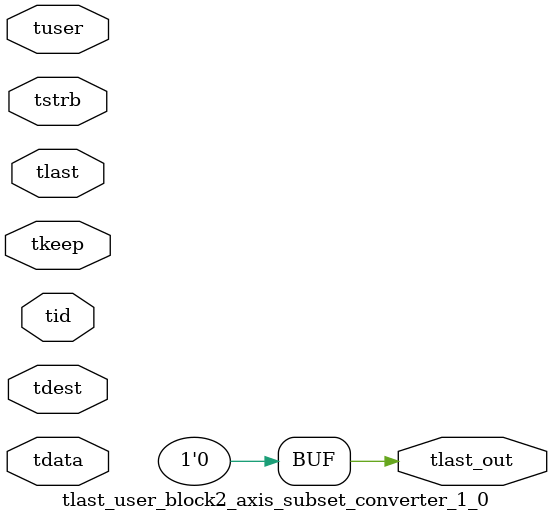
<source format=v>


`timescale 1ps/1ps

module tlast_user_block2_axis_subset_converter_1_0 #
(
parameter C_S_AXIS_TID_WIDTH   = 1,
parameter C_S_AXIS_TUSER_WIDTH = 0,
parameter C_S_AXIS_TDATA_WIDTH = 0,
parameter C_S_AXIS_TDEST_WIDTH = 0
)
(
input  [(C_S_AXIS_TID_WIDTH   == 0 ? 1 : C_S_AXIS_TID_WIDTH)-1:0       ] tid,
input  [(C_S_AXIS_TDATA_WIDTH == 0 ? 1 : C_S_AXIS_TDATA_WIDTH)-1:0     ] tdata,
input  [(C_S_AXIS_TUSER_WIDTH == 0 ? 1 : C_S_AXIS_TUSER_WIDTH)-1:0     ] tuser,
input  [(C_S_AXIS_TDEST_WIDTH == 0 ? 1 : C_S_AXIS_TDEST_WIDTH)-1:0     ] tdest,
input  [(C_S_AXIS_TDATA_WIDTH/8)-1:0 ] tkeep,
input  [(C_S_AXIS_TDATA_WIDTH/8)-1:0 ] tstrb,
input  [0:0]                                                             tlast,
output                                                                   tlast_out
);

assign tlast_out = {1'b0};

endmodule


</source>
